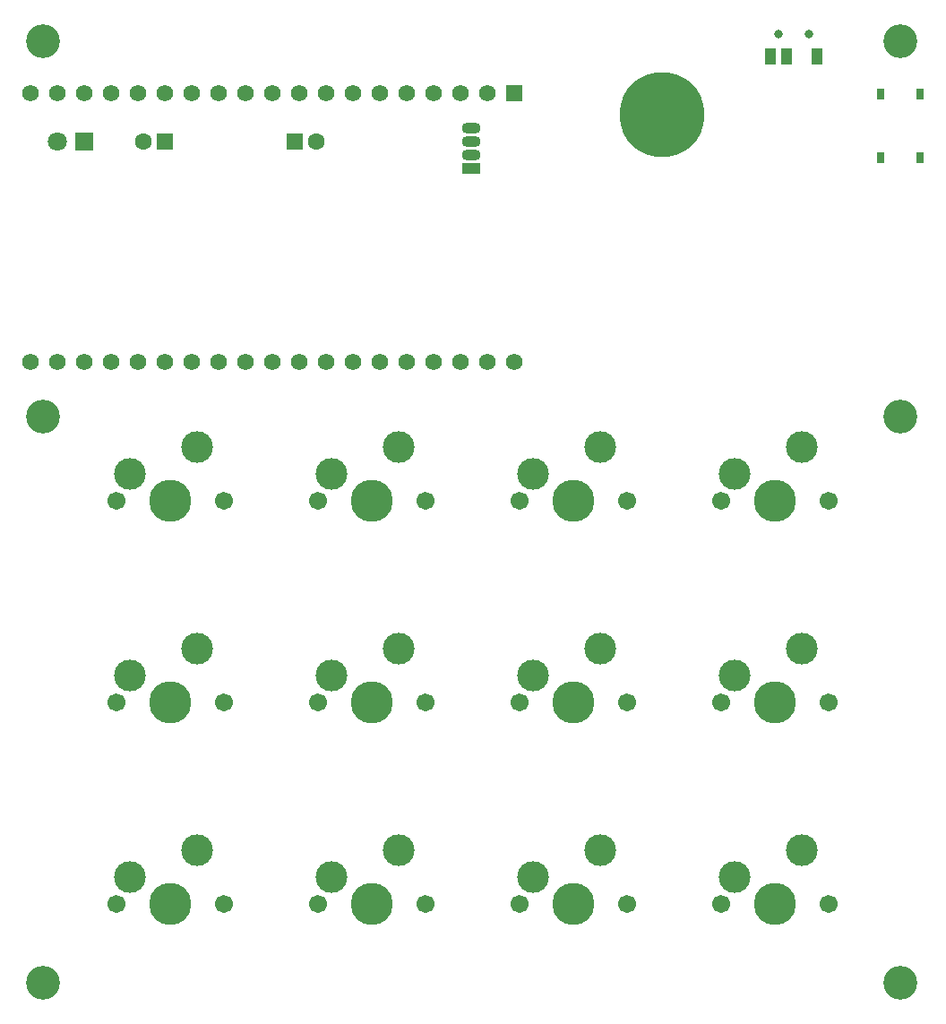
<source format=gts>
G04 #@! TF.GenerationSoftware,KiCad,Pcbnew,(6.0.6)*
G04 #@! TF.CreationDate,2022-07-26T08:16:13+09:00*
G04 #@! TF.ProjectId,ble_macro_keyboard,626c655f-6d61-4637-926f-5f6b6579626f,rev?*
G04 #@! TF.SameCoordinates,Original*
G04 #@! TF.FileFunction,Soldermask,Top*
G04 #@! TF.FilePolarity,Negative*
%FSLAX46Y46*%
G04 Gerber Fmt 4.6, Leading zero omitted, Abs format (unit mm)*
G04 Created by KiCad (PCBNEW (6.0.6)) date 2022-07-26 08:16:13*
%MOMM*%
%LPD*%
G01*
G04 APERTURE LIST*
%ADD10C,3.000000*%
%ADD11C,1.701800*%
%ADD12C,3.987800*%
%ADD13C,3.200000*%
%ADD14C,8.000000*%
%ADD15R,0.700000X1.000000*%
%ADD16R,1.000000X1.600000*%
%ADD17C,0.800000*%
%ADD18C,1.560000*%
%ADD19R,1.560000X1.560000*%
%ADD20C,1.600000*%
%ADD21R,1.600000X1.600000*%
%ADD22C,1.800000*%
%ADD23R,1.800000X1.800000*%
%ADD24O,1.800000X1.070000*%
%ADD25R,1.800000X1.070000*%
G04 APERTURE END LIST*
D10*
X32242000Y-61960000D03*
D11*
X30972000Y-64500000D03*
D12*
X36052000Y-64500000D03*
D11*
X41132000Y-64500000D03*
D10*
X38592000Y-59420000D03*
D11*
X98282000Y-83550000D03*
D10*
X89392000Y-81010000D03*
D12*
X93202000Y-83550000D03*
D10*
X95742000Y-78470000D03*
D11*
X88122000Y-83550000D03*
D12*
X55102000Y-64500000D03*
D11*
X60182000Y-64500000D03*
X50022000Y-64500000D03*
D10*
X57642000Y-59420000D03*
X51292000Y-61960000D03*
X57642000Y-78470000D03*
D12*
X55102000Y-83550000D03*
D10*
X51292000Y-81010000D03*
D11*
X60182000Y-83550000D03*
X50022000Y-83550000D03*
X88122000Y-64500000D03*
D10*
X95742000Y-59420000D03*
D12*
X93202000Y-64500000D03*
D10*
X89392000Y-61960000D03*
D11*
X98282000Y-64500000D03*
D12*
X74152000Y-83550000D03*
D10*
X76692000Y-78470000D03*
X70342000Y-81010000D03*
D11*
X79232000Y-83550000D03*
X69072000Y-83550000D03*
D12*
X74152000Y-64500000D03*
D11*
X79232000Y-64500000D03*
D10*
X70342000Y-61960000D03*
D11*
X69072000Y-64500000D03*
D10*
X76692000Y-59420000D03*
X38592000Y-78470000D03*
X32242000Y-81010000D03*
D11*
X30972000Y-83550000D03*
X41132000Y-83550000D03*
D12*
X36052000Y-83550000D03*
D13*
X24000000Y-21000000D03*
X105000000Y-21000000D03*
D10*
X57642000Y-97520000D03*
D11*
X60182000Y-102600000D03*
D12*
X55102000Y-102600000D03*
D10*
X51292000Y-100060000D03*
D11*
X50022000Y-102600000D03*
D12*
X36052000Y-102600000D03*
D10*
X38592000Y-97520000D03*
D11*
X30972000Y-102600000D03*
D10*
X32242000Y-100060000D03*
D11*
X41132000Y-102600000D03*
D13*
X105000000Y-56500000D03*
X24000000Y-56500000D03*
D14*
X82500000Y-28000000D03*
D15*
X103150000Y-32000000D03*
X103150000Y-26000000D03*
X106850000Y-26000000D03*
X106850000Y-32000000D03*
D10*
X89392000Y-100060000D03*
D12*
X93202000Y-102600000D03*
D11*
X98282000Y-102600000D03*
D10*
X95742000Y-97520000D03*
D11*
X88122000Y-102600000D03*
D16*
X97180000Y-22502000D03*
X94280000Y-22502000D03*
X92780000Y-22502000D03*
D17*
X93530000Y-20352000D03*
X96430000Y-20352000D03*
D13*
X24000000Y-110000000D03*
D12*
X74152000Y-102600000D03*
D11*
X69072000Y-102600000D03*
D10*
X76692000Y-97520000D03*
X70342000Y-100060000D03*
D11*
X79232000Y-102600000D03*
D18*
X22844000Y-51340000D03*
X25384000Y-51340000D03*
X27924000Y-51340000D03*
X30464000Y-51340000D03*
X33004000Y-51340000D03*
X35544000Y-51340000D03*
X38084000Y-51340000D03*
X40624000Y-51340000D03*
X43164000Y-51340000D03*
X45704000Y-51340000D03*
X48244000Y-51340000D03*
X50784000Y-51340000D03*
X53324000Y-51340000D03*
X55864000Y-51340000D03*
X58404000Y-51340000D03*
X60944000Y-51340000D03*
X63484000Y-51340000D03*
X66024000Y-51340000D03*
X68564000Y-51340000D03*
X22844000Y-25940000D03*
X25384000Y-25940000D03*
X27924000Y-25940000D03*
X30464000Y-25940000D03*
X33004000Y-25940000D03*
X35544000Y-25940000D03*
X38084000Y-25940000D03*
X40624000Y-25940000D03*
X43164000Y-25940000D03*
X45704000Y-25940000D03*
X48244000Y-25940000D03*
X50784000Y-25940000D03*
X53324000Y-25940000D03*
X55864000Y-25940000D03*
X58404000Y-25940000D03*
X60944000Y-25940000D03*
X63484000Y-25940000D03*
X66024000Y-25940000D03*
D19*
X68564000Y-25940000D03*
D13*
X105000000Y-110000000D03*
D20*
X49796888Y-30512000D03*
D21*
X47796888Y-30512000D03*
D22*
X25384000Y-30512000D03*
D23*
X27924000Y-30512000D03*
D20*
X33483113Y-30512000D03*
D21*
X35483113Y-30512000D03*
D24*
X64500000Y-29242000D03*
X64500000Y-30512000D03*
X64500000Y-31782000D03*
D25*
X64500000Y-33052000D03*
M02*

</source>
